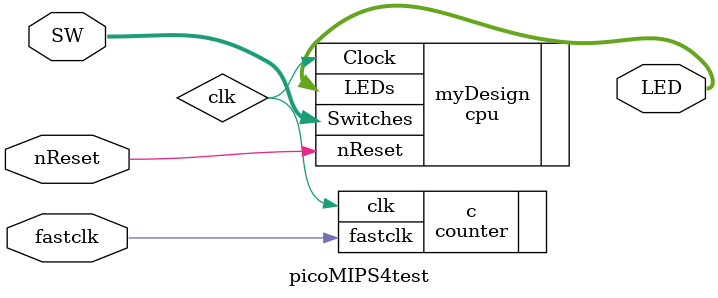
<source format=sv>
module picoMIPS4test(
  input logic fastclk, nReset,  // 50MHz Altera DE0 clock
  input logic [9:0] SW, // Switches SW0..SW9
  output logic [9:0] LED); // LEDs
  
  logic clk; // slow clock, about 10Hz
  
  counter c (.fastclk(fastclk),.clk(clk)); // slow clk from counter
  
  // to obtain the cost figure, synthesise your design without the counter 
  // and the picoMIPS4test module using Cyclone IV E as target
  // and make a note of the synthesis statistics
  cpu myDesign (.Clock(clk), .Switches(SW),.LEDs(LED), .nReset(nReset));
  
endmodule  
</source>
